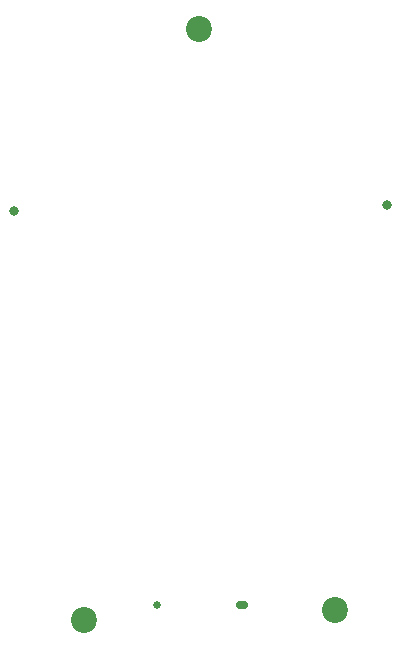
<source format=gbr>
%TF.GenerationSoftware,KiCad,Pcbnew,9.0.7*%
%TF.CreationDate,2026-01-05T08:55:30-05:00*%
%TF.ProjectId,Serene Mini,53657265-6e65-4204-9d69-6e692e6b6963,rev?*%
%TF.SameCoordinates,Original*%
%TF.FileFunction,NonPlated,1,6,NPTH,Mixed*%
%TF.FilePolarity,Positive*%
%FSLAX46Y46*%
G04 Gerber Fmt 4.6, Leading zero omitted, Abs format (unit mm)*
G04 Created by KiCad (PCBNEW 9.0.7) date 2026-01-05 08:55:30*
%MOMM*%
%LPD*%
G01*
G04 APERTURE LIST*
%TA.AperFunction,ComponentDrill*%
%ADD10C,0.650000*%
%TD*%
G04 aperture for slot hole*
%TA.AperFunction,ComponentDrill*%
%ADD11C,0.650000*%
%TD*%
%TA.AperFunction,ComponentDrill*%
%ADD12C,0.800000*%
%TD*%
%TA.AperFunction,ComponentDrill*%
%ADD13C,2.200000*%
%TD*%
G04 APERTURE END LIST*
D10*
%TO.C,J1*%
X29910000Y-69660000D03*
D11*
X37260000Y-69660000D02*
X36960000Y-69660000D01*
D12*
%TO.C,MK2*%
X17820000Y-36307000D03*
%TO.C,MK1*%
X49400000Y-35850000D03*
D13*
%TO.C,H2*%
X23760000Y-70920000D03*
%TO.C,H1*%
X33480000Y-20880000D03*
%TO.C,H3*%
X45000000Y-70110000D03*
M02*

</source>
